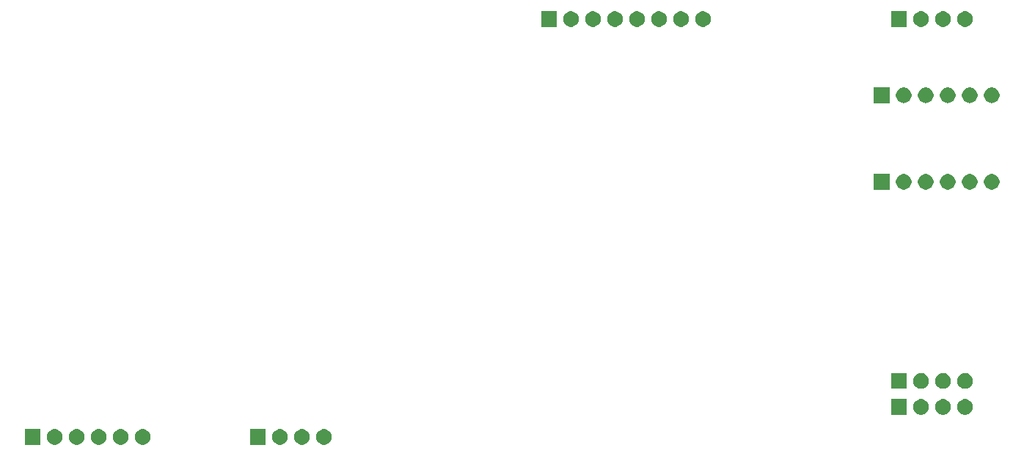
<source format=gbr>
G04 #@! TF.GenerationSoftware,KiCad,Pcbnew,(5.1.5-0)*
G04 #@! TF.CreationDate,2020-01-06T21:19:36-06:00*
G04 #@! TF.ProjectId,PCB,5043422e-6b69-4636-9164-5f7063625858,rev?*
G04 #@! TF.SameCoordinates,Original*
G04 #@! TF.FileFunction,Soldermask,Top*
G04 #@! TF.FilePolarity,Negative*
%FSLAX46Y46*%
G04 Gerber Fmt 4.6, Leading zero omitted, Abs format (unit mm)*
G04 Created by KiCad (PCBNEW (5.1.5-0)) date 2020-01-06 21:19:36*
%MOMM*%
%LPD*%
G04 APERTURE LIST*
%ADD10C,0.100000*%
G04 APERTURE END LIST*
D10*
G36*
X133733512Y-123563927D02*
G01*
X133882812Y-123593624D01*
X134046784Y-123661544D01*
X134194354Y-123760147D01*
X134319853Y-123885646D01*
X134418456Y-124033216D01*
X134486376Y-124197188D01*
X134521000Y-124371259D01*
X134521000Y-124548741D01*
X134486376Y-124722812D01*
X134418456Y-124886784D01*
X134319853Y-125034354D01*
X134194354Y-125159853D01*
X134046784Y-125258456D01*
X133882812Y-125326376D01*
X133733512Y-125356073D01*
X133708742Y-125361000D01*
X133531258Y-125361000D01*
X133506488Y-125356073D01*
X133357188Y-125326376D01*
X133193216Y-125258456D01*
X133045646Y-125159853D01*
X132920147Y-125034354D01*
X132821544Y-124886784D01*
X132753624Y-124722812D01*
X132719000Y-124548741D01*
X132719000Y-124371259D01*
X132753624Y-124197188D01*
X132821544Y-124033216D01*
X132920147Y-123885646D01*
X133045646Y-123760147D01*
X133193216Y-123661544D01*
X133357188Y-123593624D01*
X133506488Y-123563927D01*
X133531258Y-123559000D01*
X133708742Y-123559000D01*
X133733512Y-123563927D01*
G37*
G36*
X131193512Y-123563927D02*
G01*
X131342812Y-123593624D01*
X131506784Y-123661544D01*
X131654354Y-123760147D01*
X131779853Y-123885646D01*
X131878456Y-124033216D01*
X131946376Y-124197188D01*
X131981000Y-124371259D01*
X131981000Y-124548741D01*
X131946376Y-124722812D01*
X131878456Y-124886784D01*
X131779853Y-125034354D01*
X131654354Y-125159853D01*
X131506784Y-125258456D01*
X131342812Y-125326376D01*
X131193512Y-125356073D01*
X131168742Y-125361000D01*
X130991258Y-125361000D01*
X130966488Y-125356073D01*
X130817188Y-125326376D01*
X130653216Y-125258456D01*
X130505646Y-125159853D01*
X130380147Y-125034354D01*
X130281544Y-124886784D01*
X130213624Y-124722812D01*
X130179000Y-124548741D01*
X130179000Y-124371259D01*
X130213624Y-124197188D01*
X130281544Y-124033216D01*
X130380147Y-123885646D01*
X130505646Y-123760147D01*
X130653216Y-123661544D01*
X130817188Y-123593624D01*
X130966488Y-123563927D01*
X130991258Y-123559000D01*
X131168742Y-123559000D01*
X131193512Y-123563927D01*
G37*
G36*
X128653512Y-123563927D02*
G01*
X128802812Y-123593624D01*
X128966784Y-123661544D01*
X129114354Y-123760147D01*
X129239853Y-123885646D01*
X129338456Y-124033216D01*
X129406376Y-124197188D01*
X129441000Y-124371259D01*
X129441000Y-124548741D01*
X129406376Y-124722812D01*
X129338456Y-124886784D01*
X129239853Y-125034354D01*
X129114354Y-125159853D01*
X128966784Y-125258456D01*
X128802812Y-125326376D01*
X128653512Y-125356073D01*
X128628742Y-125361000D01*
X128451258Y-125361000D01*
X128426488Y-125356073D01*
X128277188Y-125326376D01*
X128113216Y-125258456D01*
X127965646Y-125159853D01*
X127840147Y-125034354D01*
X127741544Y-124886784D01*
X127673624Y-124722812D01*
X127639000Y-124548741D01*
X127639000Y-124371259D01*
X127673624Y-124197188D01*
X127741544Y-124033216D01*
X127840147Y-123885646D01*
X127965646Y-123760147D01*
X128113216Y-123661544D01*
X128277188Y-123593624D01*
X128426488Y-123563927D01*
X128451258Y-123559000D01*
X128628742Y-123559000D01*
X128653512Y-123563927D01*
G37*
G36*
X126901000Y-125361000D02*
G01*
X125099000Y-125361000D01*
X125099000Y-123559000D01*
X126901000Y-123559000D01*
X126901000Y-125361000D01*
G37*
G36*
X112813512Y-123563927D02*
G01*
X112962812Y-123593624D01*
X113126784Y-123661544D01*
X113274354Y-123760147D01*
X113399853Y-123885646D01*
X113498456Y-124033216D01*
X113566376Y-124197188D01*
X113601000Y-124371259D01*
X113601000Y-124548741D01*
X113566376Y-124722812D01*
X113498456Y-124886784D01*
X113399853Y-125034354D01*
X113274354Y-125159853D01*
X113126784Y-125258456D01*
X112962812Y-125326376D01*
X112813512Y-125356073D01*
X112788742Y-125361000D01*
X112611258Y-125361000D01*
X112586488Y-125356073D01*
X112437188Y-125326376D01*
X112273216Y-125258456D01*
X112125646Y-125159853D01*
X112000147Y-125034354D01*
X111901544Y-124886784D01*
X111833624Y-124722812D01*
X111799000Y-124548741D01*
X111799000Y-124371259D01*
X111833624Y-124197188D01*
X111901544Y-124033216D01*
X112000147Y-123885646D01*
X112125646Y-123760147D01*
X112273216Y-123661544D01*
X112437188Y-123593624D01*
X112586488Y-123563927D01*
X112611258Y-123559000D01*
X112788742Y-123559000D01*
X112813512Y-123563927D01*
G37*
G36*
X110273512Y-123563927D02*
G01*
X110422812Y-123593624D01*
X110586784Y-123661544D01*
X110734354Y-123760147D01*
X110859853Y-123885646D01*
X110958456Y-124033216D01*
X111026376Y-124197188D01*
X111061000Y-124371259D01*
X111061000Y-124548741D01*
X111026376Y-124722812D01*
X110958456Y-124886784D01*
X110859853Y-125034354D01*
X110734354Y-125159853D01*
X110586784Y-125258456D01*
X110422812Y-125326376D01*
X110273512Y-125356073D01*
X110248742Y-125361000D01*
X110071258Y-125361000D01*
X110046488Y-125356073D01*
X109897188Y-125326376D01*
X109733216Y-125258456D01*
X109585646Y-125159853D01*
X109460147Y-125034354D01*
X109361544Y-124886784D01*
X109293624Y-124722812D01*
X109259000Y-124548741D01*
X109259000Y-124371259D01*
X109293624Y-124197188D01*
X109361544Y-124033216D01*
X109460147Y-123885646D01*
X109585646Y-123760147D01*
X109733216Y-123661544D01*
X109897188Y-123593624D01*
X110046488Y-123563927D01*
X110071258Y-123559000D01*
X110248742Y-123559000D01*
X110273512Y-123563927D01*
G37*
G36*
X107733512Y-123563927D02*
G01*
X107882812Y-123593624D01*
X108046784Y-123661544D01*
X108194354Y-123760147D01*
X108319853Y-123885646D01*
X108418456Y-124033216D01*
X108486376Y-124197188D01*
X108521000Y-124371259D01*
X108521000Y-124548741D01*
X108486376Y-124722812D01*
X108418456Y-124886784D01*
X108319853Y-125034354D01*
X108194354Y-125159853D01*
X108046784Y-125258456D01*
X107882812Y-125326376D01*
X107733512Y-125356073D01*
X107708742Y-125361000D01*
X107531258Y-125361000D01*
X107506488Y-125356073D01*
X107357188Y-125326376D01*
X107193216Y-125258456D01*
X107045646Y-125159853D01*
X106920147Y-125034354D01*
X106821544Y-124886784D01*
X106753624Y-124722812D01*
X106719000Y-124548741D01*
X106719000Y-124371259D01*
X106753624Y-124197188D01*
X106821544Y-124033216D01*
X106920147Y-123885646D01*
X107045646Y-123760147D01*
X107193216Y-123661544D01*
X107357188Y-123593624D01*
X107506488Y-123563927D01*
X107531258Y-123559000D01*
X107708742Y-123559000D01*
X107733512Y-123563927D01*
G37*
G36*
X105193512Y-123563927D02*
G01*
X105342812Y-123593624D01*
X105506784Y-123661544D01*
X105654354Y-123760147D01*
X105779853Y-123885646D01*
X105878456Y-124033216D01*
X105946376Y-124197188D01*
X105981000Y-124371259D01*
X105981000Y-124548741D01*
X105946376Y-124722812D01*
X105878456Y-124886784D01*
X105779853Y-125034354D01*
X105654354Y-125159853D01*
X105506784Y-125258456D01*
X105342812Y-125326376D01*
X105193512Y-125356073D01*
X105168742Y-125361000D01*
X104991258Y-125361000D01*
X104966488Y-125356073D01*
X104817188Y-125326376D01*
X104653216Y-125258456D01*
X104505646Y-125159853D01*
X104380147Y-125034354D01*
X104281544Y-124886784D01*
X104213624Y-124722812D01*
X104179000Y-124548741D01*
X104179000Y-124371259D01*
X104213624Y-124197188D01*
X104281544Y-124033216D01*
X104380147Y-123885646D01*
X104505646Y-123760147D01*
X104653216Y-123661544D01*
X104817188Y-123593624D01*
X104966488Y-123563927D01*
X104991258Y-123559000D01*
X105168742Y-123559000D01*
X105193512Y-123563927D01*
G37*
G36*
X102653512Y-123563927D02*
G01*
X102802812Y-123593624D01*
X102966784Y-123661544D01*
X103114354Y-123760147D01*
X103239853Y-123885646D01*
X103338456Y-124033216D01*
X103406376Y-124197188D01*
X103441000Y-124371259D01*
X103441000Y-124548741D01*
X103406376Y-124722812D01*
X103338456Y-124886784D01*
X103239853Y-125034354D01*
X103114354Y-125159853D01*
X102966784Y-125258456D01*
X102802812Y-125326376D01*
X102653512Y-125356073D01*
X102628742Y-125361000D01*
X102451258Y-125361000D01*
X102426488Y-125356073D01*
X102277188Y-125326376D01*
X102113216Y-125258456D01*
X101965646Y-125159853D01*
X101840147Y-125034354D01*
X101741544Y-124886784D01*
X101673624Y-124722812D01*
X101639000Y-124548741D01*
X101639000Y-124371259D01*
X101673624Y-124197188D01*
X101741544Y-124033216D01*
X101840147Y-123885646D01*
X101965646Y-123760147D01*
X102113216Y-123661544D01*
X102277188Y-123593624D01*
X102426488Y-123563927D01*
X102451258Y-123559000D01*
X102628742Y-123559000D01*
X102653512Y-123563927D01*
G37*
G36*
X100901000Y-125361000D02*
G01*
X99099000Y-125361000D01*
X99099000Y-123559000D01*
X100901000Y-123559000D01*
X100901000Y-125361000D01*
G37*
G36*
X207733512Y-120103927D02*
G01*
X207882812Y-120133624D01*
X208046784Y-120201544D01*
X208194354Y-120300147D01*
X208319853Y-120425646D01*
X208418456Y-120573216D01*
X208486376Y-120737188D01*
X208521000Y-120911259D01*
X208521000Y-121088741D01*
X208486376Y-121262812D01*
X208418456Y-121426784D01*
X208319853Y-121574354D01*
X208194354Y-121699853D01*
X208046784Y-121798456D01*
X207882812Y-121866376D01*
X207733512Y-121896073D01*
X207708742Y-121901000D01*
X207531258Y-121901000D01*
X207506488Y-121896073D01*
X207357188Y-121866376D01*
X207193216Y-121798456D01*
X207045646Y-121699853D01*
X206920147Y-121574354D01*
X206821544Y-121426784D01*
X206753624Y-121262812D01*
X206719000Y-121088741D01*
X206719000Y-120911259D01*
X206753624Y-120737188D01*
X206821544Y-120573216D01*
X206920147Y-120425646D01*
X207045646Y-120300147D01*
X207193216Y-120201544D01*
X207357188Y-120133624D01*
X207506488Y-120103927D01*
X207531258Y-120099000D01*
X207708742Y-120099000D01*
X207733512Y-120103927D01*
G37*
G36*
X205193512Y-120103927D02*
G01*
X205342812Y-120133624D01*
X205506784Y-120201544D01*
X205654354Y-120300147D01*
X205779853Y-120425646D01*
X205878456Y-120573216D01*
X205946376Y-120737188D01*
X205981000Y-120911259D01*
X205981000Y-121088741D01*
X205946376Y-121262812D01*
X205878456Y-121426784D01*
X205779853Y-121574354D01*
X205654354Y-121699853D01*
X205506784Y-121798456D01*
X205342812Y-121866376D01*
X205193512Y-121896073D01*
X205168742Y-121901000D01*
X204991258Y-121901000D01*
X204966488Y-121896073D01*
X204817188Y-121866376D01*
X204653216Y-121798456D01*
X204505646Y-121699853D01*
X204380147Y-121574354D01*
X204281544Y-121426784D01*
X204213624Y-121262812D01*
X204179000Y-121088741D01*
X204179000Y-120911259D01*
X204213624Y-120737188D01*
X204281544Y-120573216D01*
X204380147Y-120425646D01*
X204505646Y-120300147D01*
X204653216Y-120201544D01*
X204817188Y-120133624D01*
X204966488Y-120103927D01*
X204991258Y-120099000D01*
X205168742Y-120099000D01*
X205193512Y-120103927D01*
G37*
G36*
X202653512Y-120103927D02*
G01*
X202802812Y-120133624D01*
X202966784Y-120201544D01*
X203114354Y-120300147D01*
X203239853Y-120425646D01*
X203338456Y-120573216D01*
X203406376Y-120737188D01*
X203441000Y-120911259D01*
X203441000Y-121088741D01*
X203406376Y-121262812D01*
X203338456Y-121426784D01*
X203239853Y-121574354D01*
X203114354Y-121699853D01*
X202966784Y-121798456D01*
X202802812Y-121866376D01*
X202653512Y-121896073D01*
X202628742Y-121901000D01*
X202451258Y-121901000D01*
X202426488Y-121896073D01*
X202277188Y-121866376D01*
X202113216Y-121798456D01*
X201965646Y-121699853D01*
X201840147Y-121574354D01*
X201741544Y-121426784D01*
X201673624Y-121262812D01*
X201639000Y-121088741D01*
X201639000Y-120911259D01*
X201673624Y-120737188D01*
X201741544Y-120573216D01*
X201840147Y-120425646D01*
X201965646Y-120300147D01*
X202113216Y-120201544D01*
X202277188Y-120133624D01*
X202426488Y-120103927D01*
X202451258Y-120099000D01*
X202628742Y-120099000D01*
X202653512Y-120103927D01*
G37*
G36*
X200901000Y-121901000D02*
G01*
X199099000Y-121901000D01*
X199099000Y-120099000D01*
X200901000Y-120099000D01*
X200901000Y-121901000D01*
G37*
G36*
X200901000Y-118901000D02*
G01*
X199099000Y-118901000D01*
X199099000Y-117099000D01*
X200901000Y-117099000D01*
X200901000Y-118901000D01*
G37*
G36*
X202653512Y-117103927D02*
G01*
X202802812Y-117133624D01*
X202966784Y-117201544D01*
X203114354Y-117300147D01*
X203239853Y-117425646D01*
X203338456Y-117573216D01*
X203406376Y-117737188D01*
X203441000Y-117911259D01*
X203441000Y-118088741D01*
X203406376Y-118262812D01*
X203338456Y-118426784D01*
X203239853Y-118574354D01*
X203114354Y-118699853D01*
X202966784Y-118798456D01*
X202802812Y-118866376D01*
X202653512Y-118896073D01*
X202628742Y-118901000D01*
X202451258Y-118901000D01*
X202426488Y-118896073D01*
X202277188Y-118866376D01*
X202113216Y-118798456D01*
X201965646Y-118699853D01*
X201840147Y-118574354D01*
X201741544Y-118426784D01*
X201673624Y-118262812D01*
X201639000Y-118088741D01*
X201639000Y-117911259D01*
X201673624Y-117737188D01*
X201741544Y-117573216D01*
X201840147Y-117425646D01*
X201965646Y-117300147D01*
X202113216Y-117201544D01*
X202277188Y-117133624D01*
X202426488Y-117103927D01*
X202451258Y-117099000D01*
X202628742Y-117099000D01*
X202653512Y-117103927D01*
G37*
G36*
X205193512Y-117103927D02*
G01*
X205342812Y-117133624D01*
X205506784Y-117201544D01*
X205654354Y-117300147D01*
X205779853Y-117425646D01*
X205878456Y-117573216D01*
X205946376Y-117737188D01*
X205981000Y-117911259D01*
X205981000Y-118088741D01*
X205946376Y-118262812D01*
X205878456Y-118426784D01*
X205779853Y-118574354D01*
X205654354Y-118699853D01*
X205506784Y-118798456D01*
X205342812Y-118866376D01*
X205193512Y-118896073D01*
X205168742Y-118901000D01*
X204991258Y-118901000D01*
X204966488Y-118896073D01*
X204817188Y-118866376D01*
X204653216Y-118798456D01*
X204505646Y-118699853D01*
X204380147Y-118574354D01*
X204281544Y-118426784D01*
X204213624Y-118262812D01*
X204179000Y-118088741D01*
X204179000Y-117911259D01*
X204213624Y-117737188D01*
X204281544Y-117573216D01*
X204380147Y-117425646D01*
X204505646Y-117300147D01*
X204653216Y-117201544D01*
X204817188Y-117133624D01*
X204966488Y-117103927D01*
X204991258Y-117099000D01*
X205168742Y-117099000D01*
X205193512Y-117103927D01*
G37*
G36*
X207733512Y-117103927D02*
G01*
X207882812Y-117133624D01*
X208046784Y-117201544D01*
X208194354Y-117300147D01*
X208319853Y-117425646D01*
X208418456Y-117573216D01*
X208486376Y-117737188D01*
X208521000Y-117911259D01*
X208521000Y-118088741D01*
X208486376Y-118262812D01*
X208418456Y-118426784D01*
X208319853Y-118574354D01*
X208194354Y-118699853D01*
X208046784Y-118798456D01*
X207882812Y-118866376D01*
X207733512Y-118896073D01*
X207708742Y-118901000D01*
X207531258Y-118901000D01*
X207506488Y-118896073D01*
X207357188Y-118866376D01*
X207193216Y-118798456D01*
X207045646Y-118699853D01*
X206920147Y-118574354D01*
X206821544Y-118426784D01*
X206753624Y-118262812D01*
X206719000Y-118088741D01*
X206719000Y-117911259D01*
X206753624Y-117737188D01*
X206821544Y-117573216D01*
X206920147Y-117425646D01*
X207045646Y-117300147D01*
X207193216Y-117201544D01*
X207357188Y-117133624D01*
X207506488Y-117103927D01*
X207531258Y-117099000D01*
X207708742Y-117099000D01*
X207733512Y-117103927D01*
G37*
G36*
X205733512Y-94103927D02*
G01*
X205882812Y-94133624D01*
X206046784Y-94201544D01*
X206194354Y-94300147D01*
X206319853Y-94425646D01*
X206418456Y-94573216D01*
X206486376Y-94737188D01*
X206521000Y-94911259D01*
X206521000Y-95088741D01*
X206486376Y-95262812D01*
X206418456Y-95426784D01*
X206319853Y-95574354D01*
X206194354Y-95699853D01*
X206046784Y-95798456D01*
X205882812Y-95866376D01*
X205733512Y-95896073D01*
X205708742Y-95901000D01*
X205531258Y-95901000D01*
X205506488Y-95896073D01*
X205357188Y-95866376D01*
X205193216Y-95798456D01*
X205045646Y-95699853D01*
X204920147Y-95574354D01*
X204821544Y-95426784D01*
X204753624Y-95262812D01*
X204719000Y-95088741D01*
X204719000Y-94911259D01*
X204753624Y-94737188D01*
X204821544Y-94573216D01*
X204920147Y-94425646D01*
X205045646Y-94300147D01*
X205193216Y-94201544D01*
X205357188Y-94133624D01*
X205506488Y-94103927D01*
X205531258Y-94099000D01*
X205708742Y-94099000D01*
X205733512Y-94103927D01*
G37*
G36*
X210813512Y-94103927D02*
G01*
X210962812Y-94133624D01*
X211126784Y-94201544D01*
X211274354Y-94300147D01*
X211399853Y-94425646D01*
X211498456Y-94573216D01*
X211566376Y-94737188D01*
X211601000Y-94911259D01*
X211601000Y-95088741D01*
X211566376Y-95262812D01*
X211498456Y-95426784D01*
X211399853Y-95574354D01*
X211274354Y-95699853D01*
X211126784Y-95798456D01*
X210962812Y-95866376D01*
X210813512Y-95896073D01*
X210788742Y-95901000D01*
X210611258Y-95901000D01*
X210586488Y-95896073D01*
X210437188Y-95866376D01*
X210273216Y-95798456D01*
X210125646Y-95699853D01*
X210000147Y-95574354D01*
X209901544Y-95426784D01*
X209833624Y-95262812D01*
X209799000Y-95088741D01*
X209799000Y-94911259D01*
X209833624Y-94737188D01*
X209901544Y-94573216D01*
X210000147Y-94425646D01*
X210125646Y-94300147D01*
X210273216Y-94201544D01*
X210437188Y-94133624D01*
X210586488Y-94103927D01*
X210611258Y-94099000D01*
X210788742Y-94099000D01*
X210813512Y-94103927D01*
G37*
G36*
X203193512Y-94103927D02*
G01*
X203342812Y-94133624D01*
X203506784Y-94201544D01*
X203654354Y-94300147D01*
X203779853Y-94425646D01*
X203878456Y-94573216D01*
X203946376Y-94737188D01*
X203981000Y-94911259D01*
X203981000Y-95088741D01*
X203946376Y-95262812D01*
X203878456Y-95426784D01*
X203779853Y-95574354D01*
X203654354Y-95699853D01*
X203506784Y-95798456D01*
X203342812Y-95866376D01*
X203193512Y-95896073D01*
X203168742Y-95901000D01*
X202991258Y-95901000D01*
X202966488Y-95896073D01*
X202817188Y-95866376D01*
X202653216Y-95798456D01*
X202505646Y-95699853D01*
X202380147Y-95574354D01*
X202281544Y-95426784D01*
X202213624Y-95262812D01*
X202179000Y-95088741D01*
X202179000Y-94911259D01*
X202213624Y-94737188D01*
X202281544Y-94573216D01*
X202380147Y-94425646D01*
X202505646Y-94300147D01*
X202653216Y-94201544D01*
X202817188Y-94133624D01*
X202966488Y-94103927D01*
X202991258Y-94099000D01*
X203168742Y-94099000D01*
X203193512Y-94103927D01*
G37*
G36*
X200653512Y-94103927D02*
G01*
X200802812Y-94133624D01*
X200966784Y-94201544D01*
X201114354Y-94300147D01*
X201239853Y-94425646D01*
X201338456Y-94573216D01*
X201406376Y-94737188D01*
X201441000Y-94911259D01*
X201441000Y-95088741D01*
X201406376Y-95262812D01*
X201338456Y-95426784D01*
X201239853Y-95574354D01*
X201114354Y-95699853D01*
X200966784Y-95798456D01*
X200802812Y-95866376D01*
X200653512Y-95896073D01*
X200628742Y-95901000D01*
X200451258Y-95901000D01*
X200426488Y-95896073D01*
X200277188Y-95866376D01*
X200113216Y-95798456D01*
X199965646Y-95699853D01*
X199840147Y-95574354D01*
X199741544Y-95426784D01*
X199673624Y-95262812D01*
X199639000Y-95088741D01*
X199639000Y-94911259D01*
X199673624Y-94737188D01*
X199741544Y-94573216D01*
X199840147Y-94425646D01*
X199965646Y-94300147D01*
X200113216Y-94201544D01*
X200277188Y-94133624D01*
X200426488Y-94103927D01*
X200451258Y-94099000D01*
X200628742Y-94099000D01*
X200653512Y-94103927D01*
G37*
G36*
X198901000Y-95901000D02*
G01*
X197099000Y-95901000D01*
X197099000Y-94099000D01*
X198901000Y-94099000D01*
X198901000Y-95901000D01*
G37*
G36*
X208273512Y-94103927D02*
G01*
X208422812Y-94133624D01*
X208586784Y-94201544D01*
X208734354Y-94300147D01*
X208859853Y-94425646D01*
X208958456Y-94573216D01*
X209026376Y-94737188D01*
X209061000Y-94911259D01*
X209061000Y-95088741D01*
X209026376Y-95262812D01*
X208958456Y-95426784D01*
X208859853Y-95574354D01*
X208734354Y-95699853D01*
X208586784Y-95798456D01*
X208422812Y-95866376D01*
X208273512Y-95896073D01*
X208248742Y-95901000D01*
X208071258Y-95901000D01*
X208046488Y-95896073D01*
X207897188Y-95866376D01*
X207733216Y-95798456D01*
X207585646Y-95699853D01*
X207460147Y-95574354D01*
X207361544Y-95426784D01*
X207293624Y-95262812D01*
X207259000Y-95088741D01*
X207259000Y-94911259D01*
X207293624Y-94737188D01*
X207361544Y-94573216D01*
X207460147Y-94425646D01*
X207585646Y-94300147D01*
X207733216Y-94201544D01*
X207897188Y-94133624D01*
X208046488Y-94103927D01*
X208071258Y-94099000D01*
X208248742Y-94099000D01*
X208273512Y-94103927D01*
G37*
G36*
X205733512Y-84103927D02*
G01*
X205882812Y-84133624D01*
X206046784Y-84201544D01*
X206194354Y-84300147D01*
X206319853Y-84425646D01*
X206418456Y-84573216D01*
X206486376Y-84737188D01*
X206521000Y-84911259D01*
X206521000Y-85088741D01*
X206486376Y-85262812D01*
X206418456Y-85426784D01*
X206319853Y-85574354D01*
X206194354Y-85699853D01*
X206046784Y-85798456D01*
X205882812Y-85866376D01*
X205733512Y-85896073D01*
X205708742Y-85901000D01*
X205531258Y-85901000D01*
X205506488Y-85896073D01*
X205357188Y-85866376D01*
X205193216Y-85798456D01*
X205045646Y-85699853D01*
X204920147Y-85574354D01*
X204821544Y-85426784D01*
X204753624Y-85262812D01*
X204719000Y-85088741D01*
X204719000Y-84911259D01*
X204753624Y-84737188D01*
X204821544Y-84573216D01*
X204920147Y-84425646D01*
X205045646Y-84300147D01*
X205193216Y-84201544D01*
X205357188Y-84133624D01*
X205506488Y-84103927D01*
X205531258Y-84099000D01*
X205708742Y-84099000D01*
X205733512Y-84103927D01*
G37*
G36*
X208273512Y-84103927D02*
G01*
X208422812Y-84133624D01*
X208586784Y-84201544D01*
X208734354Y-84300147D01*
X208859853Y-84425646D01*
X208958456Y-84573216D01*
X209026376Y-84737188D01*
X209061000Y-84911259D01*
X209061000Y-85088741D01*
X209026376Y-85262812D01*
X208958456Y-85426784D01*
X208859853Y-85574354D01*
X208734354Y-85699853D01*
X208586784Y-85798456D01*
X208422812Y-85866376D01*
X208273512Y-85896073D01*
X208248742Y-85901000D01*
X208071258Y-85901000D01*
X208046488Y-85896073D01*
X207897188Y-85866376D01*
X207733216Y-85798456D01*
X207585646Y-85699853D01*
X207460147Y-85574354D01*
X207361544Y-85426784D01*
X207293624Y-85262812D01*
X207259000Y-85088741D01*
X207259000Y-84911259D01*
X207293624Y-84737188D01*
X207361544Y-84573216D01*
X207460147Y-84425646D01*
X207585646Y-84300147D01*
X207733216Y-84201544D01*
X207897188Y-84133624D01*
X208046488Y-84103927D01*
X208071258Y-84099000D01*
X208248742Y-84099000D01*
X208273512Y-84103927D01*
G37*
G36*
X198901000Y-85901000D02*
G01*
X197099000Y-85901000D01*
X197099000Y-84099000D01*
X198901000Y-84099000D01*
X198901000Y-85901000D01*
G37*
G36*
X200653512Y-84103927D02*
G01*
X200802812Y-84133624D01*
X200966784Y-84201544D01*
X201114354Y-84300147D01*
X201239853Y-84425646D01*
X201338456Y-84573216D01*
X201406376Y-84737188D01*
X201441000Y-84911259D01*
X201441000Y-85088741D01*
X201406376Y-85262812D01*
X201338456Y-85426784D01*
X201239853Y-85574354D01*
X201114354Y-85699853D01*
X200966784Y-85798456D01*
X200802812Y-85866376D01*
X200653512Y-85896073D01*
X200628742Y-85901000D01*
X200451258Y-85901000D01*
X200426488Y-85896073D01*
X200277188Y-85866376D01*
X200113216Y-85798456D01*
X199965646Y-85699853D01*
X199840147Y-85574354D01*
X199741544Y-85426784D01*
X199673624Y-85262812D01*
X199639000Y-85088741D01*
X199639000Y-84911259D01*
X199673624Y-84737188D01*
X199741544Y-84573216D01*
X199840147Y-84425646D01*
X199965646Y-84300147D01*
X200113216Y-84201544D01*
X200277188Y-84133624D01*
X200426488Y-84103927D01*
X200451258Y-84099000D01*
X200628742Y-84099000D01*
X200653512Y-84103927D01*
G37*
G36*
X210813512Y-84103927D02*
G01*
X210962812Y-84133624D01*
X211126784Y-84201544D01*
X211274354Y-84300147D01*
X211399853Y-84425646D01*
X211498456Y-84573216D01*
X211566376Y-84737188D01*
X211601000Y-84911259D01*
X211601000Y-85088741D01*
X211566376Y-85262812D01*
X211498456Y-85426784D01*
X211399853Y-85574354D01*
X211274354Y-85699853D01*
X211126784Y-85798456D01*
X210962812Y-85866376D01*
X210813512Y-85896073D01*
X210788742Y-85901000D01*
X210611258Y-85901000D01*
X210586488Y-85896073D01*
X210437188Y-85866376D01*
X210273216Y-85798456D01*
X210125646Y-85699853D01*
X210000147Y-85574354D01*
X209901544Y-85426784D01*
X209833624Y-85262812D01*
X209799000Y-85088741D01*
X209799000Y-84911259D01*
X209833624Y-84737188D01*
X209901544Y-84573216D01*
X210000147Y-84425646D01*
X210125646Y-84300147D01*
X210273216Y-84201544D01*
X210437188Y-84133624D01*
X210586488Y-84103927D01*
X210611258Y-84099000D01*
X210788742Y-84099000D01*
X210813512Y-84103927D01*
G37*
G36*
X203193512Y-84103927D02*
G01*
X203342812Y-84133624D01*
X203506784Y-84201544D01*
X203654354Y-84300147D01*
X203779853Y-84425646D01*
X203878456Y-84573216D01*
X203946376Y-84737188D01*
X203981000Y-84911259D01*
X203981000Y-85088741D01*
X203946376Y-85262812D01*
X203878456Y-85426784D01*
X203779853Y-85574354D01*
X203654354Y-85699853D01*
X203506784Y-85798456D01*
X203342812Y-85866376D01*
X203193512Y-85896073D01*
X203168742Y-85901000D01*
X202991258Y-85901000D01*
X202966488Y-85896073D01*
X202817188Y-85866376D01*
X202653216Y-85798456D01*
X202505646Y-85699853D01*
X202380147Y-85574354D01*
X202281544Y-85426784D01*
X202213624Y-85262812D01*
X202179000Y-85088741D01*
X202179000Y-84911259D01*
X202213624Y-84737188D01*
X202281544Y-84573216D01*
X202380147Y-84425646D01*
X202505646Y-84300147D01*
X202653216Y-84201544D01*
X202817188Y-84133624D01*
X202966488Y-84103927D01*
X202991258Y-84099000D01*
X203168742Y-84099000D01*
X203193512Y-84103927D01*
G37*
G36*
X205193512Y-75303927D02*
G01*
X205342812Y-75333624D01*
X205506784Y-75401544D01*
X205654354Y-75500147D01*
X205779853Y-75625646D01*
X205878456Y-75773216D01*
X205946376Y-75937188D01*
X205981000Y-76111259D01*
X205981000Y-76288741D01*
X205946376Y-76462812D01*
X205878456Y-76626784D01*
X205779853Y-76774354D01*
X205654354Y-76899853D01*
X205506784Y-76998456D01*
X205342812Y-77066376D01*
X205193512Y-77096073D01*
X205168742Y-77101000D01*
X204991258Y-77101000D01*
X204966488Y-77096073D01*
X204817188Y-77066376D01*
X204653216Y-76998456D01*
X204505646Y-76899853D01*
X204380147Y-76774354D01*
X204281544Y-76626784D01*
X204213624Y-76462812D01*
X204179000Y-76288741D01*
X204179000Y-76111259D01*
X204213624Y-75937188D01*
X204281544Y-75773216D01*
X204380147Y-75625646D01*
X204505646Y-75500147D01*
X204653216Y-75401544D01*
X204817188Y-75333624D01*
X204966488Y-75303927D01*
X204991258Y-75299000D01*
X205168742Y-75299000D01*
X205193512Y-75303927D01*
G37*
G36*
X160491000Y-77101000D02*
G01*
X158689000Y-77101000D01*
X158689000Y-75299000D01*
X160491000Y-75299000D01*
X160491000Y-77101000D01*
G37*
G36*
X174943512Y-75303927D02*
G01*
X175092812Y-75333624D01*
X175256784Y-75401544D01*
X175404354Y-75500147D01*
X175529853Y-75625646D01*
X175628456Y-75773216D01*
X175696376Y-75937188D01*
X175731000Y-76111259D01*
X175731000Y-76288741D01*
X175696376Y-76462812D01*
X175628456Y-76626784D01*
X175529853Y-76774354D01*
X175404354Y-76899853D01*
X175256784Y-76998456D01*
X175092812Y-77066376D01*
X174943512Y-77096073D01*
X174918742Y-77101000D01*
X174741258Y-77101000D01*
X174716488Y-77096073D01*
X174567188Y-77066376D01*
X174403216Y-76998456D01*
X174255646Y-76899853D01*
X174130147Y-76774354D01*
X174031544Y-76626784D01*
X173963624Y-76462812D01*
X173929000Y-76288741D01*
X173929000Y-76111259D01*
X173963624Y-75937188D01*
X174031544Y-75773216D01*
X174130147Y-75625646D01*
X174255646Y-75500147D01*
X174403216Y-75401544D01*
X174567188Y-75333624D01*
X174716488Y-75303927D01*
X174741258Y-75299000D01*
X174918742Y-75299000D01*
X174943512Y-75303927D01*
G37*
G36*
X177483512Y-75303927D02*
G01*
X177632812Y-75333624D01*
X177796784Y-75401544D01*
X177944354Y-75500147D01*
X178069853Y-75625646D01*
X178168456Y-75773216D01*
X178236376Y-75937188D01*
X178271000Y-76111259D01*
X178271000Y-76288741D01*
X178236376Y-76462812D01*
X178168456Y-76626784D01*
X178069853Y-76774354D01*
X177944354Y-76899853D01*
X177796784Y-76998456D01*
X177632812Y-77066376D01*
X177483512Y-77096073D01*
X177458742Y-77101000D01*
X177281258Y-77101000D01*
X177256488Y-77096073D01*
X177107188Y-77066376D01*
X176943216Y-76998456D01*
X176795646Y-76899853D01*
X176670147Y-76774354D01*
X176571544Y-76626784D01*
X176503624Y-76462812D01*
X176469000Y-76288741D01*
X176469000Y-76111259D01*
X176503624Y-75937188D01*
X176571544Y-75773216D01*
X176670147Y-75625646D01*
X176795646Y-75500147D01*
X176943216Y-75401544D01*
X177107188Y-75333624D01*
X177256488Y-75303927D01*
X177281258Y-75299000D01*
X177458742Y-75299000D01*
X177483512Y-75303927D01*
G37*
G36*
X200901000Y-77101000D02*
G01*
X199099000Y-77101000D01*
X199099000Y-75299000D01*
X200901000Y-75299000D01*
X200901000Y-77101000D01*
G37*
G36*
X202653512Y-75303927D02*
G01*
X202802812Y-75333624D01*
X202966784Y-75401544D01*
X203114354Y-75500147D01*
X203239853Y-75625646D01*
X203338456Y-75773216D01*
X203406376Y-75937188D01*
X203441000Y-76111259D01*
X203441000Y-76288741D01*
X203406376Y-76462812D01*
X203338456Y-76626784D01*
X203239853Y-76774354D01*
X203114354Y-76899853D01*
X202966784Y-76998456D01*
X202802812Y-77066376D01*
X202653512Y-77096073D01*
X202628742Y-77101000D01*
X202451258Y-77101000D01*
X202426488Y-77096073D01*
X202277188Y-77066376D01*
X202113216Y-76998456D01*
X201965646Y-76899853D01*
X201840147Y-76774354D01*
X201741544Y-76626784D01*
X201673624Y-76462812D01*
X201639000Y-76288741D01*
X201639000Y-76111259D01*
X201673624Y-75937188D01*
X201741544Y-75773216D01*
X201840147Y-75625646D01*
X201965646Y-75500147D01*
X202113216Y-75401544D01*
X202277188Y-75333624D01*
X202426488Y-75303927D01*
X202451258Y-75299000D01*
X202628742Y-75299000D01*
X202653512Y-75303927D01*
G37*
G36*
X207733512Y-75303927D02*
G01*
X207882812Y-75333624D01*
X208046784Y-75401544D01*
X208194354Y-75500147D01*
X208319853Y-75625646D01*
X208418456Y-75773216D01*
X208486376Y-75937188D01*
X208521000Y-76111259D01*
X208521000Y-76288741D01*
X208486376Y-76462812D01*
X208418456Y-76626784D01*
X208319853Y-76774354D01*
X208194354Y-76899853D01*
X208046784Y-76998456D01*
X207882812Y-77066376D01*
X207733512Y-77096073D01*
X207708742Y-77101000D01*
X207531258Y-77101000D01*
X207506488Y-77096073D01*
X207357188Y-77066376D01*
X207193216Y-76998456D01*
X207045646Y-76899853D01*
X206920147Y-76774354D01*
X206821544Y-76626784D01*
X206753624Y-76462812D01*
X206719000Y-76288741D01*
X206719000Y-76111259D01*
X206753624Y-75937188D01*
X206821544Y-75773216D01*
X206920147Y-75625646D01*
X207045646Y-75500147D01*
X207193216Y-75401544D01*
X207357188Y-75333624D01*
X207506488Y-75303927D01*
X207531258Y-75299000D01*
X207708742Y-75299000D01*
X207733512Y-75303927D01*
G37*
G36*
X172403512Y-75303927D02*
G01*
X172552812Y-75333624D01*
X172716784Y-75401544D01*
X172864354Y-75500147D01*
X172989853Y-75625646D01*
X173088456Y-75773216D01*
X173156376Y-75937188D01*
X173191000Y-76111259D01*
X173191000Y-76288741D01*
X173156376Y-76462812D01*
X173088456Y-76626784D01*
X172989853Y-76774354D01*
X172864354Y-76899853D01*
X172716784Y-76998456D01*
X172552812Y-77066376D01*
X172403512Y-77096073D01*
X172378742Y-77101000D01*
X172201258Y-77101000D01*
X172176488Y-77096073D01*
X172027188Y-77066376D01*
X171863216Y-76998456D01*
X171715646Y-76899853D01*
X171590147Y-76774354D01*
X171491544Y-76626784D01*
X171423624Y-76462812D01*
X171389000Y-76288741D01*
X171389000Y-76111259D01*
X171423624Y-75937188D01*
X171491544Y-75773216D01*
X171590147Y-75625646D01*
X171715646Y-75500147D01*
X171863216Y-75401544D01*
X172027188Y-75333624D01*
X172176488Y-75303927D01*
X172201258Y-75299000D01*
X172378742Y-75299000D01*
X172403512Y-75303927D01*
G37*
G36*
X169863512Y-75303927D02*
G01*
X170012812Y-75333624D01*
X170176784Y-75401544D01*
X170324354Y-75500147D01*
X170449853Y-75625646D01*
X170548456Y-75773216D01*
X170616376Y-75937188D01*
X170651000Y-76111259D01*
X170651000Y-76288741D01*
X170616376Y-76462812D01*
X170548456Y-76626784D01*
X170449853Y-76774354D01*
X170324354Y-76899853D01*
X170176784Y-76998456D01*
X170012812Y-77066376D01*
X169863512Y-77096073D01*
X169838742Y-77101000D01*
X169661258Y-77101000D01*
X169636488Y-77096073D01*
X169487188Y-77066376D01*
X169323216Y-76998456D01*
X169175646Y-76899853D01*
X169050147Y-76774354D01*
X168951544Y-76626784D01*
X168883624Y-76462812D01*
X168849000Y-76288741D01*
X168849000Y-76111259D01*
X168883624Y-75937188D01*
X168951544Y-75773216D01*
X169050147Y-75625646D01*
X169175646Y-75500147D01*
X169323216Y-75401544D01*
X169487188Y-75333624D01*
X169636488Y-75303927D01*
X169661258Y-75299000D01*
X169838742Y-75299000D01*
X169863512Y-75303927D01*
G37*
G36*
X167323512Y-75303927D02*
G01*
X167472812Y-75333624D01*
X167636784Y-75401544D01*
X167784354Y-75500147D01*
X167909853Y-75625646D01*
X168008456Y-75773216D01*
X168076376Y-75937188D01*
X168111000Y-76111259D01*
X168111000Y-76288741D01*
X168076376Y-76462812D01*
X168008456Y-76626784D01*
X167909853Y-76774354D01*
X167784354Y-76899853D01*
X167636784Y-76998456D01*
X167472812Y-77066376D01*
X167323512Y-77096073D01*
X167298742Y-77101000D01*
X167121258Y-77101000D01*
X167096488Y-77096073D01*
X166947188Y-77066376D01*
X166783216Y-76998456D01*
X166635646Y-76899853D01*
X166510147Y-76774354D01*
X166411544Y-76626784D01*
X166343624Y-76462812D01*
X166309000Y-76288741D01*
X166309000Y-76111259D01*
X166343624Y-75937188D01*
X166411544Y-75773216D01*
X166510147Y-75625646D01*
X166635646Y-75500147D01*
X166783216Y-75401544D01*
X166947188Y-75333624D01*
X167096488Y-75303927D01*
X167121258Y-75299000D01*
X167298742Y-75299000D01*
X167323512Y-75303927D01*
G37*
G36*
X164783512Y-75303927D02*
G01*
X164932812Y-75333624D01*
X165096784Y-75401544D01*
X165244354Y-75500147D01*
X165369853Y-75625646D01*
X165468456Y-75773216D01*
X165536376Y-75937188D01*
X165571000Y-76111259D01*
X165571000Y-76288741D01*
X165536376Y-76462812D01*
X165468456Y-76626784D01*
X165369853Y-76774354D01*
X165244354Y-76899853D01*
X165096784Y-76998456D01*
X164932812Y-77066376D01*
X164783512Y-77096073D01*
X164758742Y-77101000D01*
X164581258Y-77101000D01*
X164556488Y-77096073D01*
X164407188Y-77066376D01*
X164243216Y-76998456D01*
X164095646Y-76899853D01*
X163970147Y-76774354D01*
X163871544Y-76626784D01*
X163803624Y-76462812D01*
X163769000Y-76288741D01*
X163769000Y-76111259D01*
X163803624Y-75937188D01*
X163871544Y-75773216D01*
X163970147Y-75625646D01*
X164095646Y-75500147D01*
X164243216Y-75401544D01*
X164407188Y-75333624D01*
X164556488Y-75303927D01*
X164581258Y-75299000D01*
X164758742Y-75299000D01*
X164783512Y-75303927D01*
G37*
G36*
X162243512Y-75303927D02*
G01*
X162392812Y-75333624D01*
X162556784Y-75401544D01*
X162704354Y-75500147D01*
X162829853Y-75625646D01*
X162928456Y-75773216D01*
X162996376Y-75937188D01*
X163031000Y-76111259D01*
X163031000Y-76288741D01*
X162996376Y-76462812D01*
X162928456Y-76626784D01*
X162829853Y-76774354D01*
X162704354Y-76899853D01*
X162556784Y-76998456D01*
X162392812Y-77066376D01*
X162243512Y-77096073D01*
X162218742Y-77101000D01*
X162041258Y-77101000D01*
X162016488Y-77096073D01*
X161867188Y-77066376D01*
X161703216Y-76998456D01*
X161555646Y-76899853D01*
X161430147Y-76774354D01*
X161331544Y-76626784D01*
X161263624Y-76462812D01*
X161229000Y-76288741D01*
X161229000Y-76111259D01*
X161263624Y-75937188D01*
X161331544Y-75773216D01*
X161430147Y-75625646D01*
X161555646Y-75500147D01*
X161703216Y-75401544D01*
X161867188Y-75333624D01*
X162016488Y-75303927D01*
X162041258Y-75299000D01*
X162218742Y-75299000D01*
X162243512Y-75303927D01*
G37*
M02*

</source>
